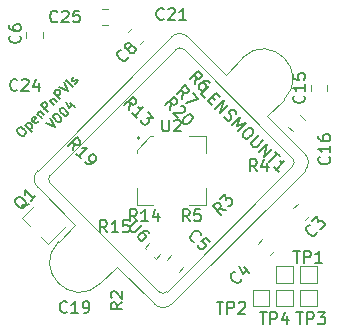
<source format=gbr>
%TF.GenerationSoftware,KiCad,Pcbnew,(5.1.6)-1*%
%TF.CreationDate,2021-01-25T15:06:37+00:00*%
%TF.ProjectId,OpenPnPVis,4f70656e-506e-4505-9669-732e6b696361,003*%
%TF.SameCoordinates,Original*%
%TF.FileFunction,Legend,Top*%
%TF.FilePolarity,Positive*%
%FSLAX46Y46*%
G04 Gerber Fmt 4.6, Leading zero omitted, Abs format (unit mm)*
G04 Created by KiCad (PCBNEW (5.1.6)-1) date 2021-01-25 15:06:37*
%MOMM*%
%LPD*%
G01*
G04 APERTURE LIST*
%ADD10C,0.150000*%
%ADD11C,0.120000*%
%ADD12C,0.200000*%
G04 APERTURE END LIST*
D10*
X75961619Y-97264226D02*
X76069368Y-97156476D01*
X76150181Y-97129539D01*
X76257930Y-97129539D01*
X76392617Y-97210351D01*
X76581179Y-97398913D01*
X76661991Y-97533600D01*
X76661991Y-97641350D01*
X76635054Y-97722162D01*
X76527304Y-97829911D01*
X76446492Y-97856849D01*
X76338742Y-97856849D01*
X76204055Y-97776037D01*
X76015494Y-97587475D01*
X75934681Y-97452788D01*
X75934681Y-97345038D01*
X75961619Y-97264226D01*
X76635054Y-96967914D02*
X77200739Y-97533600D01*
X76661991Y-96994852D02*
X76688929Y-96914040D01*
X76796678Y-96806290D01*
X76877491Y-96779353D01*
X76931365Y-96779353D01*
X77012178Y-96806290D01*
X77173802Y-96967914D01*
X77200739Y-97048727D01*
X77200739Y-97102601D01*
X77173802Y-97183414D01*
X77066052Y-97291163D01*
X76985240Y-97318101D01*
X77712550Y-96590791D02*
X77685613Y-96671603D01*
X77577863Y-96779353D01*
X77497051Y-96806290D01*
X77416239Y-96779353D01*
X77200739Y-96563853D01*
X77173802Y-96483041D01*
X77200739Y-96402229D01*
X77308489Y-96294479D01*
X77389301Y-96267542D01*
X77470113Y-96294479D01*
X77523988Y-96348354D01*
X77308489Y-96671603D01*
X77631738Y-95971231D02*
X78008861Y-96348354D01*
X77685613Y-96025105D02*
X77685613Y-95971231D01*
X77712550Y-95890418D01*
X77793362Y-95809606D01*
X77874174Y-95782669D01*
X77954987Y-95809606D01*
X78251298Y-96105918D01*
X78520672Y-95836544D02*
X77954987Y-95270858D01*
X78170486Y-95055359D01*
X78251298Y-95028422D01*
X78305173Y-95028422D01*
X78385985Y-95055359D01*
X78466797Y-95136171D01*
X78493735Y-95216983D01*
X78493735Y-95270858D01*
X78466797Y-95351670D01*
X78251298Y-95567170D01*
X78709234Y-94893735D02*
X79086357Y-95270858D01*
X78763109Y-94947609D02*
X78763109Y-94893735D01*
X78790046Y-94812922D01*
X78870858Y-94732110D01*
X78951670Y-94705173D01*
X79032483Y-94732110D01*
X79328794Y-95028422D01*
X79598168Y-94759048D02*
X79032483Y-94193362D01*
X79247982Y-93977863D01*
X79328794Y-93950926D01*
X79382669Y-93950926D01*
X79463481Y-93977863D01*
X79544293Y-94058675D01*
X79571231Y-94139487D01*
X79571231Y-94193362D01*
X79544293Y-94274174D01*
X79328794Y-94489674D01*
X79517356Y-93708489D02*
X80271603Y-94085613D01*
X79894479Y-93331365D01*
X80648727Y-93708489D02*
X80271603Y-93331365D01*
X80083041Y-93142804D02*
X80083041Y-93196678D01*
X80136916Y-93196678D01*
X80136916Y-93142804D01*
X80083041Y-93142804D01*
X80136916Y-93196678D01*
X80864226Y-93439115D02*
X80945038Y-93412178D01*
X81052788Y-93304428D01*
X81079725Y-93223616D01*
X81052788Y-93142804D01*
X81025850Y-93115866D01*
X80945038Y-93088929D01*
X80864226Y-93115866D01*
X80783414Y-93196678D01*
X80702601Y-93223616D01*
X80621789Y-93196678D01*
X80594852Y-93169741D01*
X80567914Y-93088929D01*
X80594852Y-93008117D01*
X80675664Y-92927304D01*
X80756476Y-92900367D01*
X78370833Y-96764200D02*
X79125080Y-97141324D01*
X78747956Y-96387077D01*
X79044268Y-96090765D02*
X79098142Y-96036890D01*
X79178955Y-96009953D01*
X79232829Y-96009953D01*
X79313642Y-96036890D01*
X79448329Y-96117703D01*
X79583016Y-96252390D01*
X79663828Y-96387077D01*
X79690765Y-96467889D01*
X79690765Y-96521764D01*
X79663828Y-96602576D01*
X79609953Y-96656451D01*
X79529141Y-96683388D01*
X79475266Y-96683388D01*
X79394454Y-96656451D01*
X79259767Y-96575638D01*
X79125080Y-96440951D01*
X79044268Y-96306264D01*
X79017330Y-96225452D01*
X79017330Y-96171577D01*
X79044268Y-96090765D01*
X79583016Y-95552017D02*
X79636890Y-95498142D01*
X79717703Y-95471205D01*
X79771577Y-95471205D01*
X79852390Y-95498142D01*
X79987077Y-95578955D01*
X80121764Y-95713642D01*
X80202576Y-95848329D01*
X80229513Y-95929141D01*
X80229513Y-95983016D01*
X80202576Y-96063828D01*
X80148701Y-96117703D01*
X80067889Y-96144640D01*
X80014014Y-96144640D01*
X79933202Y-96117703D01*
X79798515Y-96036890D01*
X79663828Y-95902203D01*
X79583016Y-95767516D01*
X79556078Y-95686704D01*
X79556078Y-95632829D01*
X79583016Y-95552017D01*
X80445012Y-95067144D02*
X80822136Y-95444268D01*
X80094826Y-94986332D02*
X80364200Y-95525080D01*
X80714386Y-95174894D01*
D11*
%TO.C,TP5*%
X97900000Y-108900000D02*
X99300000Y-108900000D01*
X99300000Y-108900000D02*
X99300000Y-110300000D01*
X99300000Y-110300000D02*
X97900000Y-110300000D01*
X97900000Y-110300000D02*
X97900000Y-108900000D01*
%TO.C,TP4*%
X97900000Y-110900000D02*
X99300000Y-110900000D01*
X99300000Y-110900000D02*
X99300000Y-112300000D01*
X99300000Y-112300000D02*
X97900000Y-112300000D01*
X97900000Y-112300000D02*
X97900000Y-110900000D01*
%TO.C,TP3*%
X99900000Y-110900000D02*
X101300000Y-110900000D01*
X101300000Y-110900000D02*
X101300000Y-112300000D01*
X101300000Y-112300000D02*
X99900000Y-112300000D01*
X99900000Y-112300000D02*
X99900000Y-110900000D01*
%TO.C,TP2*%
X95900000Y-110900000D02*
X97300000Y-110900000D01*
X97300000Y-110900000D02*
X97300000Y-112300000D01*
X97300000Y-112300000D02*
X95900000Y-112300000D01*
X95900000Y-112300000D02*
X95900000Y-110900000D01*
%TO.C,TP1*%
X99900000Y-108900000D02*
X101300000Y-108900000D01*
X101300000Y-108900000D02*
X101300000Y-110300000D01*
X101300000Y-110300000D02*
X99900000Y-110300000D01*
X99900000Y-110300000D02*
X99900000Y-108900000D01*
%TO.C,LENSMOUNT1*%
X87939340Y-111053048D02*
X78746952Y-101860660D01*
X78746952Y-101153553D02*
X89353553Y-90546952D01*
X90060660Y-90546952D02*
X99253048Y-99739340D01*
X99253048Y-100446447D02*
X88646447Y-111053048D01*
X77686292Y-100800000D02*
X89000000Y-89486292D01*
X90414214Y-89486292D02*
X93596194Y-92668272D01*
X100313708Y-100800000D02*
X89000000Y-112113708D01*
X93596194Y-92668272D02*
X95010408Y-91254058D01*
X98545942Y-94789592D02*
X97131728Y-96203806D01*
X97131728Y-96203806D02*
X100313708Y-99385786D01*
X84403806Y-108931728D02*
X87585786Y-112113708D01*
X77686292Y-102214214D02*
X80868272Y-105396194D01*
X84403806Y-108931728D02*
X82989592Y-110345942D01*
X79454058Y-106810408D02*
X80868272Y-105396194D01*
X82989592Y-110345942D02*
G75*
G02*
X79454058Y-106810408I-1767767J1767767D01*
G01*
X95010408Y-91254058D02*
G75*
G02*
X98545942Y-94789592I1767767J-1767767D01*
G01*
X88999999Y-112113709D02*
G75*
G02*
X87585786Y-112113708I-707106J707107D01*
G01*
X88646446Y-111053048D02*
G75*
G02*
X87939340Y-111053048I-353553J353553D01*
G01*
X100313709Y-99385787D02*
G75*
G02*
X100313708Y-100800000I-707107J-707106D01*
G01*
X99253049Y-99739340D02*
G75*
G02*
X99253048Y-100446447I-353554J-353553D01*
G01*
X89000001Y-89486291D02*
G75*
G02*
X90414214Y-89486292I707106J-707107D01*
G01*
X89353554Y-90546952D02*
G75*
G02*
X90060660Y-90546952I353553J-353553D01*
G01*
X78746951Y-101860660D02*
G75*
G02*
X78746952Y-101153553I353554J353553D01*
G01*
X77686291Y-102214213D02*
G75*
G02*
X77686292Y-100800000I707107J707106D01*
G01*
%TO.C,Q1*%
X76345370Y-104820172D02*
X77377746Y-103787797D01*
X78579828Y-107054630D02*
X80107178Y-105527279D01*
X78579828Y-107054630D02*
X77922218Y-106397021D01*
X76345370Y-104820172D02*
X77002979Y-105477782D01*
%TO.C,C25*%
X83661252Y-88510000D02*
X83138748Y-88510000D01*
X83661252Y-87090000D02*
X83138748Y-87090000D01*
%TO.C,C21*%
X86686779Y-89717313D02*
X86317313Y-90086779D01*
X85682687Y-88713221D02*
X85313221Y-89082687D01*
%TO.C,U2*%
X90511250Y-97907500D02*
X91902500Y-97907500D01*
X91902500Y-97907500D02*
X91902500Y-99293750D01*
X90511250Y-97907500D02*
X91902500Y-97907500D01*
X91902500Y-97907500D02*
X91902500Y-99293750D01*
X90511250Y-103692500D02*
X91902500Y-103692500D01*
X91902500Y-103692500D02*
X91902500Y-102306250D01*
X90511250Y-97907500D02*
X91902500Y-97907500D01*
X91902500Y-97907500D02*
X91902500Y-99293750D01*
X87488750Y-103692500D02*
X86097500Y-103692500D01*
X86097500Y-103692500D02*
X86097500Y-102306250D01*
X87488750Y-97907500D02*
X87217500Y-97907500D01*
X87217500Y-97907500D02*
X86097500Y-99027500D01*
X86097500Y-99027500D02*
X86097500Y-99293750D01*
D12*
X86317500Y-98027500D02*
G75*
G03*
X86317500Y-98027500I-100000J0D01*
G01*
D11*
%TO.C,U6*%
X86751472Y-107329289D02*
X86892893Y-107470711D01*
X87140381Y-106940381D02*
X86751472Y-107329289D01*
X87670711Y-108248528D02*
X87529289Y-108107107D01*
X88059619Y-107859619D02*
X87670711Y-108248528D01*
%TO.C,C16*%
X99917313Y-96113221D02*
X100286779Y-96482687D01*
X98913221Y-97117313D02*
X99282687Y-97486779D01*
%TO.C,C15*%
X100790000Y-94061252D02*
X100790000Y-93538748D01*
X102210000Y-94061252D02*
X102210000Y-93538748D01*
%TO.C,C6*%
X78110000Y-89038748D02*
X78110000Y-89561252D01*
X76690000Y-89038748D02*
X76690000Y-89561252D01*
%TO.C,C5*%
X90011563Y-108992529D02*
X89642097Y-109361995D01*
X89007471Y-107988437D02*
X88638005Y-108357903D01*
%TO.C,C4*%
X97686779Y-107617313D02*
X97317313Y-107986779D01*
X96682687Y-106613221D02*
X96313221Y-106982687D01*
%TO.C,C3*%
X99313221Y-103982687D02*
X99682687Y-103613221D01*
X100317313Y-104986779D02*
X100686779Y-104617313D01*
%TO.C,TP4*%
D10*
X96488095Y-112802380D02*
X97059523Y-112802380D01*
X96773809Y-113802380D02*
X96773809Y-112802380D01*
X97392857Y-113802380D02*
X97392857Y-112802380D01*
X97773809Y-112802380D01*
X97869047Y-112850000D01*
X97916666Y-112897619D01*
X97964285Y-112992857D01*
X97964285Y-113135714D01*
X97916666Y-113230952D01*
X97869047Y-113278571D01*
X97773809Y-113326190D01*
X97392857Y-113326190D01*
X98821428Y-113135714D02*
X98821428Y-113802380D01*
X98583333Y-112754761D02*
X98345238Y-113469047D01*
X98964285Y-113469047D01*
%TO.C,TP3*%
X99588095Y-112802380D02*
X100159523Y-112802380D01*
X99873809Y-113802380D02*
X99873809Y-112802380D01*
X100492857Y-113802380D02*
X100492857Y-112802380D01*
X100873809Y-112802380D01*
X100969047Y-112850000D01*
X101016666Y-112897619D01*
X101064285Y-112992857D01*
X101064285Y-113135714D01*
X101016666Y-113230952D01*
X100969047Y-113278571D01*
X100873809Y-113326190D01*
X100492857Y-113326190D01*
X101397619Y-112802380D02*
X102016666Y-112802380D01*
X101683333Y-113183333D01*
X101826190Y-113183333D01*
X101921428Y-113230952D01*
X101969047Y-113278571D01*
X102016666Y-113373809D01*
X102016666Y-113611904D01*
X101969047Y-113707142D01*
X101921428Y-113754761D01*
X101826190Y-113802380D01*
X101540476Y-113802380D01*
X101445238Y-113754761D01*
X101397619Y-113707142D01*
%TO.C,TP2*%
X92838095Y-111902380D02*
X93409523Y-111902380D01*
X93123809Y-112902380D02*
X93123809Y-111902380D01*
X93742857Y-112902380D02*
X93742857Y-111902380D01*
X94123809Y-111902380D01*
X94219047Y-111950000D01*
X94266666Y-111997619D01*
X94314285Y-112092857D01*
X94314285Y-112235714D01*
X94266666Y-112330952D01*
X94219047Y-112378571D01*
X94123809Y-112426190D01*
X93742857Y-112426190D01*
X94695238Y-111997619D02*
X94742857Y-111950000D01*
X94838095Y-111902380D01*
X95076190Y-111902380D01*
X95171428Y-111950000D01*
X95219047Y-111997619D01*
X95266666Y-112092857D01*
X95266666Y-112188095D01*
X95219047Y-112330952D01*
X94647619Y-112902380D01*
X95266666Y-112902380D01*
%TO.C,TP1*%
X99338095Y-107604380D02*
X99909523Y-107604380D01*
X99623809Y-108604380D02*
X99623809Y-107604380D01*
X100242857Y-108604380D02*
X100242857Y-107604380D01*
X100623809Y-107604380D01*
X100719047Y-107652000D01*
X100766666Y-107699619D01*
X100814285Y-107794857D01*
X100814285Y-107937714D01*
X100766666Y-108032952D01*
X100719047Y-108080571D01*
X100623809Y-108128190D01*
X100242857Y-108128190D01*
X101766666Y-108604380D02*
X101195238Y-108604380D01*
X101480952Y-108604380D02*
X101480952Y-107604380D01*
X101385714Y-107747238D01*
X101290476Y-107842476D01*
X101195238Y-107890095D01*
%TO.C,LENSMOUNT1*%
X91843568Y-94683332D02*
X91506851Y-94346614D01*
X92213958Y-93639507D01*
X92449660Y-94548645D02*
X92685362Y-94784347D01*
X92415988Y-95255752D02*
X92079271Y-94919034D01*
X92786378Y-94211927D01*
X93123095Y-94548645D01*
X92719034Y-95558797D02*
X93426141Y-94851691D01*
X93123095Y-95962858D01*
X93830202Y-95255752D01*
X93459813Y-96232232D02*
X93527156Y-96366919D01*
X93695515Y-96535278D01*
X93796530Y-96568950D01*
X93863874Y-96568950D01*
X93964889Y-96535278D01*
X94032232Y-96467935D01*
X94065904Y-96366919D01*
X94065904Y-96299576D01*
X94032232Y-96198561D01*
X93931217Y-96030202D01*
X93897545Y-95929187D01*
X93897545Y-95861843D01*
X93931217Y-95760828D01*
X93998561Y-95693484D01*
X94099576Y-95659813D01*
X94166919Y-95659813D01*
X94267935Y-95693484D01*
X94436293Y-95861843D01*
X94503637Y-95996530D01*
X94133248Y-96973011D02*
X94840354Y-96265904D01*
X94570980Y-97006683D01*
X95311759Y-96737309D01*
X94604652Y-97444415D01*
X95783163Y-97208713D02*
X95917850Y-97343400D01*
X95951522Y-97444415D01*
X95951522Y-97579102D01*
X95850507Y-97747461D01*
X95614805Y-97983163D01*
X95446446Y-98084179D01*
X95311759Y-98084179D01*
X95210744Y-98050507D01*
X95076057Y-97915820D01*
X95042385Y-97814805D01*
X95042385Y-97680118D01*
X95143400Y-97511759D01*
X95379102Y-97276057D01*
X95547461Y-97175041D01*
X95682148Y-97175041D01*
X95783163Y-97208713D01*
X96389255Y-97814805D02*
X95816835Y-98387224D01*
X95783163Y-98488240D01*
X95783163Y-98555583D01*
X95816835Y-98656598D01*
X95951522Y-98791285D01*
X96052537Y-98824957D01*
X96119881Y-98824957D01*
X96220896Y-98791285D01*
X96793316Y-98218866D01*
X96422927Y-99262690D02*
X97130033Y-98555583D01*
X96826988Y-99666751D01*
X97534094Y-98959644D01*
X97769797Y-99195346D02*
X98173858Y-99599407D01*
X97264720Y-100104484D02*
X97971827Y-99397377D01*
X98072843Y-100912606D02*
X97668781Y-100508545D01*
X97870812Y-100710575D02*
X98577919Y-100003468D01*
X98409560Y-100037140D01*
X98274873Y-100037140D01*
X98173858Y-100003468D01*
%TO.C,Q1*%
X76919881Y-103654569D02*
X76818866Y-103688241D01*
X76684179Y-103688241D01*
X76482148Y-103688241D01*
X76381133Y-103721913D01*
X76313790Y-103789256D01*
X76515820Y-103923943D02*
X76414805Y-103957615D01*
X76280118Y-103957615D01*
X76111759Y-103856600D01*
X75876057Y-103620897D01*
X75775042Y-103452539D01*
X75775042Y-103317852D01*
X75808713Y-103216836D01*
X75943400Y-103082149D01*
X76044416Y-103048478D01*
X76179103Y-103048478D01*
X76347461Y-103149493D01*
X76583164Y-103385195D01*
X76684179Y-103553554D01*
X76684179Y-103688241D01*
X76650507Y-103789256D01*
X76515820Y-103923943D01*
X77492301Y-102947462D02*
X77088240Y-103351523D01*
X77290270Y-103149493D02*
X76583164Y-102442386D01*
X76616835Y-102610745D01*
X76616835Y-102745432D01*
X76583164Y-102846447D01*
%TO.C,R15*%
X83557142Y-106022380D02*
X83223809Y-105546190D01*
X82985714Y-106022380D02*
X82985714Y-105022380D01*
X83366666Y-105022380D01*
X83461904Y-105070000D01*
X83509523Y-105117619D01*
X83557142Y-105212857D01*
X83557142Y-105355714D01*
X83509523Y-105450952D01*
X83461904Y-105498571D01*
X83366666Y-105546190D01*
X82985714Y-105546190D01*
X84509523Y-106022380D02*
X83938095Y-106022380D01*
X84223809Y-106022380D02*
X84223809Y-105022380D01*
X84128571Y-105165238D01*
X84033333Y-105260476D01*
X83938095Y-105308095D01*
X85414285Y-105022380D02*
X84938095Y-105022380D01*
X84890476Y-105498571D01*
X84938095Y-105450952D01*
X85033333Y-105403333D01*
X85271428Y-105403333D01*
X85366666Y-105450952D01*
X85414285Y-105498571D01*
X85461904Y-105593809D01*
X85461904Y-105831904D01*
X85414285Y-105927142D01*
X85366666Y-105974761D01*
X85271428Y-106022380D01*
X85033333Y-106022380D01*
X84938095Y-105974761D01*
X84890476Y-105927142D01*
%TO.C,R14*%
X86072142Y-105082380D02*
X85738809Y-104606190D01*
X85500714Y-105082380D02*
X85500714Y-104082380D01*
X85881666Y-104082380D01*
X85976904Y-104130000D01*
X86024523Y-104177619D01*
X86072142Y-104272857D01*
X86072142Y-104415714D01*
X86024523Y-104510952D01*
X85976904Y-104558571D01*
X85881666Y-104606190D01*
X85500714Y-104606190D01*
X87024523Y-105082380D02*
X86453095Y-105082380D01*
X86738809Y-105082380D02*
X86738809Y-104082380D01*
X86643571Y-104225238D01*
X86548333Y-104320476D01*
X86453095Y-104368095D01*
X87881666Y-104415714D02*
X87881666Y-105082380D01*
X87643571Y-104034761D02*
X87405476Y-104749047D01*
X88024523Y-104749047D01*
%TO.C,R5*%
X90548333Y-105082380D02*
X90215000Y-104606190D01*
X89976904Y-105082380D02*
X89976904Y-104082380D01*
X90357857Y-104082380D01*
X90453095Y-104130000D01*
X90500714Y-104177619D01*
X90548333Y-104272857D01*
X90548333Y-104415714D01*
X90500714Y-104510952D01*
X90453095Y-104558571D01*
X90357857Y-104606190D01*
X89976904Y-104606190D01*
X91453095Y-104082380D02*
X90976904Y-104082380D01*
X90929285Y-104558571D01*
X90976904Y-104510952D01*
X91072142Y-104463333D01*
X91310238Y-104463333D01*
X91405476Y-104510952D01*
X91453095Y-104558571D01*
X91500714Y-104653809D01*
X91500714Y-104891904D01*
X91453095Y-104987142D01*
X91405476Y-105034761D01*
X91310238Y-105082380D01*
X91072142Y-105082380D01*
X90976904Y-105034761D01*
X90929285Y-104987142D01*
%TO.C,C25*%
X79357142Y-88157142D02*
X79309523Y-88204761D01*
X79166666Y-88252380D01*
X79071428Y-88252380D01*
X78928571Y-88204761D01*
X78833333Y-88109523D01*
X78785714Y-88014285D01*
X78738095Y-87823809D01*
X78738095Y-87680952D01*
X78785714Y-87490476D01*
X78833333Y-87395238D01*
X78928571Y-87300000D01*
X79071428Y-87252380D01*
X79166666Y-87252380D01*
X79309523Y-87300000D01*
X79357142Y-87347619D01*
X79738095Y-87347619D02*
X79785714Y-87300000D01*
X79880952Y-87252380D01*
X80119047Y-87252380D01*
X80214285Y-87300000D01*
X80261904Y-87347619D01*
X80309523Y-87442857D01*
X80309523Y-87538095D01*
X80261904Y-87680952D01*
X79690476Y-88252380D01*
X80309523Y-88252380D01*
X81214285Y-87252380D02*
X80738095Y-87252380D01*
X80690476Y-87728571D01*
X80738095Y-87680952D01*
X80833333Y-87633333D01*
X81071428Y-87633333D01*
X81166666Y-87680952D01*
X81214285Y-87728571D01*
X81261904Y-87823809D01*
X81261904Y-88061904D01*
X81214285Y-88157142D01*
X81166666Y-88204761D01*
X81071428Y-88252380D01*
X80833333Y-88252380D01*
X80738095Y-88204761D01*
X80690476Y-88157142D01*
%TO.C,C24*%
X75957142Y-93957142D02*
X75909523Y-94004761D01*
X75766666Y-94052380D01*
X75671428Y-94052380D01*
X75528571Y-94004761D01*
X75433333Y-93909523D01*
X75385714Y-93814285D01*
X75338095Y-93623809D01*
X75338095Y-93480952D01*
X75385714Y-93290476D01*
X75433333Y-93195238D01*
X75528571Y-93100000D01*
X75671428Y-93052380D01*
X75766666Y-93052380D01*
X75909523Y-93100000D01*
X75957142Y-93147619D01*
X76338095Y-93147619D02*
X76385714Y-93100000D01*
X76480952Y-93052380D01*
X76719047Y-93052380D01*
X76814285Y-93100000D01*
X76861904Y-93147619D01*
X76909523Y-93242857D01*
X76909523Y-93338095D01*
X76861904Y-93480952D01*
X76290476Y-94052380D01*
X76909523Y-94052380D01*
X77766666Y-93385714D02*
X77766666Y-94052380D01*
X77528571Y-93004761D02*
X77290476Y-93719047D01*
X77909523Y-93719047D01*
%TO.C,C21*%
X88357142Y-87957142D02*
X88309523Y-88004761D01*
X88166666Y-88052380D01*
X88071428Y-88052380D01*
X87928571Y-88004761D01*
X87833333Y-87909523D01*
X87785714Y-87814285D01*
X87738095Y-87623809D01*
X87738095Y-87480952D01*
X87785714Y-87290476D01*
X87833333Y-87195238D01*
X87928571Y-87100000D01*
X88071428Y-87052380D01*
X88166666Y-87052380D01*
X88309523Y-87100000D01*
X88357142Y-87147619D01*
X88738095Y-87147619D02*
X88785714Y-87100000D01*
X88880952Y-87052380D01*
X89119047Y-87052380D01*
X89214285Y-87100000D01*
X89261904Y-87147619D01*
X89309523Y-87242857D01*
X89309523Y-87338095D01*
X89261904Y-87480952D01*
X88690476Y-88052380D01*
X89309523Y-88052380D01*
X90261904Y-88052380D02*
X89690476Y-88052380D01*
X89976190Y-88052380D02*
X89976190Y-87052380D01*
X89880952Y-87195238D01*
X89785714Y-87290476D01*
X89690476Y-87338095D01*
%TO.C,C8*%
X85334687Y-91170389D02*
X85334687Y-91237732D01*
X85267343Y-91372419D01*
X85200000Y-91439763D01*
X85065312Y-91507106D01*
X84930625Y-91507106D01*
X84829610Y-91473435D01*
X84661251Y-91372419D01*
X84560236Y-91271404D01*
X84459221Y-91103045D01*
X84425549Y-91002030D01*
X84425549Y-90867343D01*
X84492893Y-90732656D01*
X84560236Y-90665312D01*
X84694923Y-90597969D01*
X84762267Y-90597969D01*
X85402030Y-90429610D02*
X85301015Y-90463282D01*
X85233671Y-90463282D01*
X85132656Y-90429610D01*
X85098984Y-90395938D01*
X85065312Y-90294923D01*
X85065312Y-90227580D01*
X85098984Y-90126564D01*
X85233671Y-89991877D01*
X85334687Y-89958206D01*
X85402030Y-89958206D01*
X85503045Y-89991877D01*
X85536717Y-90025549D01*
X85570389Y-90126564D01*
X85570389Y-90193908D01*
X85536717Y-90294923D01*
X85402030Y-90429610D01*
X85368358Y-90530625D01*
X85368358Y-90597969D01*
X85402030Y-90698984D01*
X85536717Y-90833671D01*
X85637732Y-90867343D01*
X85705076Y-90867343D01*
X85806091Y-90833671D01*
X85940778Y-90698984D01*
X85974450Y-90597969D01*
X85974450Y-90530625D01*
X85940778Y-90429610D01*
X85806091Y-90294923D01*
X85705076Y-90261251D01*
X85637732Y-90261251D01*
X85536717Y-90294923D01*
%TO.C,U2*%
X88238095Y-96479880D02*
X88238095Y-97289404D01*
X88285714Y-97384642D01*
X88333333Y-97432261D01*
X88428571Y-97479880D01*
X88619047Y-97479880D01*
X88714285Y-97432261D01*
X88761904Y-97384642D01*
X88809523Y-97289404D01*
X88809523Y-96479880D01*
X89238095Y-96575119D02*
X89285714Y-96527500D01*
X89380952Y-96479880D01*
X89619047Y-96479880D01*
X89714285Y-96527500D01*
X89761904Y-96575119D01*
X89809523Y-96670357D01*
X89809523Y-96765595D01*
X89761904Y-96908452D01*
X89190476Y-97479880D01*
X89809523Y-97479880D01*
%TO.C,R20*%
X88882602Y-95665312D02*
X88983617Y-95092893D01*
X88478541Y-95261251D02*
X89185648Y-94554145D01*
X89455022Y-94823519D01*
X89488694Y-94924534D01*
X89488694Y-94991877D01*
X89455022Y-95092893D01*
X89354007Y-95193908D01*
X89252991Y-95227580D01*
X89185648Y-95227580D01*
X89084633Y-95193908D01*
X88815259Y-94924534D01*
X89791740Y-95294923D02*
X89859083Y-95294923D01*
X89960098Y-95328595D01*
X90128457Y-95496954D01*
X90162129Y-95597969D01*
X90162129Y-95665312D01*
X90128457Y-95766328D01*
X90061114Y-95833671D01*
X89926427Y-95901015D01*
X89118304Y-95901015D01*
X89556037Y-96338748D01*
X90700877Y-96069374D02*
X90768220Y-96136717D01*
X90801892Y-96237732D01*
X90801892Y-96305076D01*
X90768220Y-96406091D01*
X90667205Y-96574450D01*
X90498846Y-96742809D01*
X90330488Y-96843824D01*
X90229472Y-96877496D01*
X90162129Y-96877496D01*
X90061114Y-96843824D01*
X89993770Y-96776480D01*
X89960098Y-96675465D01*
X89960098Y-96608122D01*
X89993770Y-96507106D01*
X90094785Y-96338748D01*
X90263144Y-96170389D01*
X90431503Y-96069374D01*
X90532518Y-96035702D01*
X90599862Y-96035702D01*
X90700877Y-96069374D01*
%TO.C,R19*%
X80686209Y-99097545D02*
X80787224Y-98525126D01*
X80282148Y-98693484D02*
X80989255Y-97986378D01*
X81258629Y-98255752D01*
X81292301Y-98356767D01*
X81292301Y-98424110D01*
X81258629Y-98525126D01*
X81157614Y-98626141D01*
X81056598Y-98659813D01*
X80989255Y-98659813D01*
X80888240Y-98626141D01*
X80618866Y-98356767D01*
X81359644Y-99770981D02*
X80955583Y-99366920D01*
X81157614Y-99568950D02*
X81864721Y-98861843D01*
X81696362Y-98895515D01*
X81561675Y-98895515D01*
X81460660Y-98861843D01*
X81696362Y-100107698D02*
X81831049Y-100242385D01*
X81932064Y-100276057D01*
X81999408Y-100276057D01*
X82167766Y-100242385D01*
X82336125Y-100141370D01*
X82605499Y-99871996D01*
X82639171Y-99770981D01*
X82639171Y-99703637D01*
X82605499Y-99602622D01*
X82470812Y-99467935D01*
X82369797Y-99434263D01*
X82302453Y-99434263D01*
X82201438Y-99467935D01*
X82033079Y-99636294D01*
X81999408Y-99737309D01*
X81999408Y-99804652D01*
X82033079Y-99905668D01*
X82167766Y-100040355D01*
X82268782Y-100074026D01*
X82336125Y-100074026D01*
X82437140Y-100040355D01*
%TO.C,R13*%
X85425549Y-95665312D02*
X85526564Y-95092893D01*
X85021488Y-95261251D02*
X85728595Y-94554145D01*
X85997969Y-94823519D01*
X86031641Y-94924534D01*
X86031641Y-94991877D01*
X85997969Y-95092893D01*
X85896954Y-95193908D01*
X85795938Y-95227580D01*
X85728595Y-95227580D01*
X85627580Y-95193908D01*
X85358206Y-94924534D01*
X86098984Y-96338748D02*
X85694923Y-95934687D01*
X85896954Y-96136717D02*
X86604061Y-95429610D01*
X86435702Y-95463282D01*
X86301015Y-95463282D01*
X86200000Y-95429610D01*
X87041793Y-95867343D02*
X87479526Y-96305076D01*
X86974450Y-96338748D01*
X87075465Y-96439763D01*
X87109137Y-96540778D01*
X87109137Y-96608122D01*
X87075465Y-96709137D01*
X86907106Y-96877496D01*
X86806091Y-96911167D01*
X86738748Y-96911167D01*
X86637732Y-96877496D01*
X86435702Y-96675465D01*
X86402030Y-96574450D01*
X86402030Y-96507106D01*
%TO.C,R7*%
X89862267Y-94702030D02*
X89963282Y-94129610D01*
X89458206Y-94297969D02*
X90165312Y-93590862D01*
X90434687Y-93860236D01*
X90468358Y-93961251D01*
X90468358Y-94028595D01*
X90434687Y-94129610D01*
X90333671Y-94230625D01*
X90232656Y-94264297D01*
X90165312Y-94264297D01*
X90064297Y-94230625D01*
X89794923Y-93961251D01*
X90805076Y-94230625D02*
X91276480Y-94702030D01*
X90266328Y-95106091D01*
%TO.C,R6*%
X90962267Y-93452030D02*
X91063282Y-92879610D01*
X90558206Y-93047969D02*
X91265312Y-92340862D01*
X91534687Y-92610236D01*
X91568358Y-92711251D01*
X91568358Y-92778595D01*
X91534687Y-92879610D01*
X91433671Y-92980625D01*
X91332656Y-93014297D01*
X91265312Y-93014297D01*
X91164297Y-92980625D01*
X90894923Y-92711251D01*
X92275465Y-93351015D02*
X92140778Y-93216328D01*
X92039763Y-93182656D01*
X91972419Y-93182656D01*
X91804061Y-93216328D01*
X91635702Y-93317343D01*
X91366328Y-93586717D01*
X91332656Y-93687732D01*
X91332656Y-93755076D01*
X91366328Y-93856091D01*
X91501015Y-93990778D01*
X91602030Y-94024450D01*
X91669374Y-94024450D01*
X91770389Y-93990778D01*
X91938748Y-93822419D01*
X91972419Y-93721404D01*
X91972419Y-93654061D01*
X91938748Y-93553045D01*
X91804061Y-93418358D01*
X91703045Y-93384687D01*
X91635702Y-93384687D01*
X91534687Y-93418358D01*
%TO.C,R4*%
X96233333Y-100852380D02*
X95900000Y-100376190D01*
X95661904Y-100852380D02*
X95661904Y-99852380D01*
X96042857Y-99852380D01*
X96138095Y-99900000D01*
X96185714Y-99947619D01*
X96233333Y-100042857D01*
X96233333Y-100185714D01*
X96185714Y-100280952D01*
X96138095Y-100328571D01*
X96042857Y-100376190D01*
X95661904Y-100376190D01*
X97090476Y-100185714D02*
X97090476Y-100852380D01*
X96852380Y-99804761D02*
X96614285Y-100519047D01*
X97233333Y-100519047D01*
%TO.C,R3*%
X93602030Y-104137732D02*
X93029610Y-104036717D01*
X93197969Y-104541793D02*
X92490862Y-103834687D01*
X92760236Y-103565312D01*
X92861251Y-103531641D01*
X92928595Y-103531641D01*
X93029610Y-103565312D01*
X93130625Y-103666328D01*
X93164297Y-103767343D01*
X93164297Y-103834687D01*
X93130625Y-103935702D01*
X92861251Y-104205076D01*
X93130625Y-103194923D02*
X93568358Y-102757190D01*
X93602030Y-103262267D01*
X93703045Y-103161251D01*
X93804061Y-103127580D01*
X93871404Y-103127580D01*
X93972419Y-103161251D01*
X94140778Y-103329610D01*
X94174450Y-103430625D01*
X94174450Y-103497969D01*
X94140778Y-103598984D01*
X93938748Y-103801015D01*
X93837732Y-103834687D01*
X93770389Y-103834687D01*
%TO.C,R2*%
X84852380Y-111966666D02*
X84376190Y-112300000D01*
X84852380Y-112538095D02*
X83852380Y-112538095D01*
X83852380Y-112157142D01*
X83900000Y-112061904D01*
X83947619Y-112014285D01*
X84042857Y-111966666D01*
X84185714Y-111966666D01*
X84280952Y-112014285D01*
X84328571Y-112061904D01*
X84376190Y-112157142D01*
X84376190Y-112538095D01*
X83947619Y-111585714D02*
X83900000Y-111538095D01*
X83852380Y-111442857D01*
X83852380Y-111204761D01*
X83900000Y-111109523D01*
X83947619Y-111061904D01*
X84042857Y-111014285D01*
X84138095Y-111014285D01*
X84280952Y-111061904D01*
X84852380Y-111633333D01*
X84852380Y-111014285D01*
%TO.C,U6*%
X86087296Y-105006779D02*
X85514876Y-105579199D01*
X85481204Y-105680214D01*
X85481204Y-105747558D01*
X85514876Y-105848573D01*
X85649563Y-105983260D01*
X85750578Y-106016932D01*
X85817922Y-106016932D01*
X85918937Y-105983260D01*
X86491357Y-105410840D01*
X87131120Y-106050604D02*
X86996433Y-105915917D01*
X86895418Y-105882245D01*
X86828074Y-105882245D01*
X86659715Y-105915917D01*
X86491357Y-106016932D01*
X86221983Y-106286306D01*
X86188311Y-106387321D01*
X86188311Y-106454665D01*
X86221983Y-106555680D01*
X86356670Y-106690367D01*
X86457685Y-106724039D01*
X86525028Y-106724039D01*
X86626044Y-106690367D01*
X86794402Y-106522008D01*
X86828074Y-106420993D01*
X86828074Y-106353649D01*
X86794402Y-106252634D01*
X86659715Y-106117947D01*
X86558700Y-106084275D01*
X86491357Y-106084275D01*
X86390341Y-106117947D01*
%TO.C,C19*%
X80157142Y-112757142D02*
X80109523Y-112804761D01*
X79966666Y-112852380D01*
X79871428Y-112852380D01*
X79728571Y-112804761D01*
X79633333Y-112709523D01*
X79585714Y-112614285D01*
X79538095Y-112423809D01*
X79538095Y-112280952D01*
X79585714Y-112090476D01*
X79633333Y-111995238D01*
X79728571Y-111900000D01*
X79871428Y-111852380D01*
X79966666Y-111852380D01*
X80109523Y-111900000D01*
X80157142Y-111947619D01*
X81109523Y-112852380D02*
X80538095Y-112852380D01*
X80823809Y-112852380D02*
X80823809Y-111852380D01*
X80728571Y-111995238D01*
X80633333Y-112090476D01*
X80538095Y-112138095D01*
X81585714Y-112852380D02*
X81776190Y-112852380D01*
X81871428Y-112804761D01*
X81919047Y-112757142D01*
X82014285Y-112614285D01*
X82061904Y-112423809D01*
X82061904Y-112042857D01*
X82014285Y-111947619D01*
X81966666Y-111900000D01*
X81871428Y-111852380D01*
X81680952Y-111852380D01*
X81585714Y-111900000D01*
X81538095Y-111947619D01*
X81490476Y-112042857D01*
X81490476Y-112280952D01*
X81538095Y-112376190D01*
X81585714Y-112423809D01*
X81680952Y-112471428D01*
X81871428Y-112471428D01*
X81966666Y-112423809D01*
X82014285Y-112376190D01*
X82061904Y-112280952D01*
%TO.C,C16*%
X102357142Y-99642857D02*
X102404761Y-99690476D01*
X102452380Y-99833333D01*
X102452380Y-99928571D01*
X102404761Y-100071428D01*
X102309523Y-100166666D01*
X102214285Y-100214285D01*
X102023809Y-100261904D01*
X101880952Y-100261904D01*
X101690476Y-100214285D01*
X101595238Y-100166666D01*
X101500000Y-100071428D01*
X101452380Y-99928571D01*
X101452380Y-99833333D01*
X101500000Y-99690476D01*
X101547619Y-99642857D01*
X102452380Y-98690476D02*
X102452380Y-99261904D01*
X102452380Y-98976190D02*
X101452380Y-98976190D01*
X101595238Y-99071428D01*
X101690476Y-99166666D01*
X101738095Y-99261904D01*
X101452380Y-97833333D02*
X101452380Y-98023809D01*
X101500000Y-98119047D01*
X101547619Y-98166666D01*
X101690476Y-98261904D01*
X101880952Y-98309523D01*
X102261904Y-98309523D01*
X102357142Y-98261904D01*
X102404761Y-98214285D01*
X102452380Y-98119047D01*
X102452380Y-97928571D01*
X102404761Y-97833333D01*
X102357142Y-97785714D01*
X102261904Y-97738095D01*
X102023809Y-97738095D01*
X101928571Y-97785714D01*
X101880952Y-97833333D01*
X101833333Y-97928571D01*
X101833333Y-98119047D01*
X101880952Y-98214285D01*
X101928571Y-98261904D01*
X102023809Y-98309523D01*
%TO.C,C15*%
X100207142Y-94442857D02*
X100254761Y-94490476D01*
X100302380Y-94633333D01*
X100302380Y-94728571D01*
X100254761Y-94871428D01*
X100159523Y-94966666D01*
X100064285Y-95014285D01*
X99873809Y-95061904D01*
X99730952Y-95061904D01*
X99540476Y-95014285D01*
X99445238Y-94966666D01*
X99350000Y-94871428D01*
X99302380Y-94728571D01*
X99302380Y-94633333D01*
X99350000Y-94490476D01*
X99397619Y-94442857D01*
X100302380Y-93490476D02*
X100302380Y-94061904D01*
X100302380Y-93776190D02*
X99302380Y-93776190D01*
X99445238Y-93871428D01*
X99540476Y-93966666D01*
X99588095Y-94061904D01*
X99302380Y-92585714D02*
X99302380Y-93061904D01*
X99778571Y-93109523D01*
X99730952Y-93061904D01*
X99683333Y-92966666D01*
X99683333Y-92728571D01*
X99730952Y-92633333D01*
X99778571Y-92585714D01*
X99873809Y-92538095D01*
X100111904Y-92538095D01*
X100207142Y-92585714D01*
X100254761Y-92633333D01*
X100302380Y-92728571D01*
X100302380Y-92966666D01*
X100254761Y-93061904D01*
X100207142Y-93109523D01*
%TO.C,C6*%
X76157142Y-89366666D02*
X76204761Y-89414285D01*
X76252380Y-89557142D01*
X76252380Y-89652380D01*
X76204761Y-89795238D01*
X76109523Y-89890476D01*
X76014285Y-89938095D01*
X75823809Y-89985714D01*
X75680952Y-89985714D01*
X75490476Y-89938095D01*
X75395238Y-89890476D01*
X75300000Y-89795238D01*
X75252380Y-89652380D01*
X75252380Y-89557142D01*
X75300000Y-89414285D01*
X75347619Y-89366666D01*
X75252380Y-88509523D02*
X75252380Y-88700000D01*
X75300000Y-88795238D01*
X75347619Y-88842857D01*
X75490476Y-88938095D01*
X75680952Y-88985714D01*
X76061904Y-88985714D01*
X76157142Y-88938095D01*
X76204761Y-88890476D01*
X76252380Y-88795238D01*
X76252380Y-88604761D01*
X76204761Y-88509523D01*
X76157142Y-88461904D01*
X76061904Y-88414285D01*
X75823809Y-88414285D01*
X75728571Y-88461904D01*
X75680952Y-88509523D01*
X75633333Y-88604761D01*
X75633333Y-88795238D01*
X75680952Y-88890476D01*
X75728571Y-88938095D01*
X75823809Y-88985714D01*
%TO.C,C5*%
X90954394Y-106809903D02*
X90887051Y-106809903D01*
X90752364Y-106742559D01*
X90685020Y-106675216D01*
X90617677Y-106540528D01*
X90617677Y-106405841D01*
X90651348Y-106304826D01*
X90752364Y-106136467D01*
X90853379Y-106035452D01*
X91021738Y-105934437D01*
X91122753Y-105900765D01*
X91257440Y-105900765D01*
X91392127Y-105968109D01*
X91459471Y-106035452D01*
X91526814Y-106170139D01*
X91526814Y-106237483D01*
X92233921Y-106809903D02*
X91897203Y-106473185D01*
X91526814Y-106776231D01*
X91594158Y-106776231D01*
X91695173Y-106809903D01*
X91863532Y-106978261D01*
X91897203Y-107079277D01*
X91897203Y-107146620D01*
X91863532Y-107247635D01*
X91695173Y-107415994D01*
X91594158Y-107449666D01*
X91526814Y-107449666D01*
X91425799Y-107415994D01*
X91257440Y-107247635D01*
X91223768Y-107146620D01*
X91223768Y-107079277D01*
%TO.C,C4*%
X94934687Y-109970390D02*
X94934687Y-110037733D01*
X94867343Y-110172420D01*
X94800000Y-110239764D01*
X94665312Y-110307107D01*
X94530625Y-110307107D01*
X94429610Y-110273436D01*
X94261251Y-110172420D01*
X94160236Y-110071405D01*
X94059221Y-109903046D01*
X94025549Y-109802031D01*
X94025549Y-109667344D01*
X94092893Y-109532657D01*
X94160236Y-109465313D01*
X94294923Y-109397970D01*
X94362267Y-109397970D01*
X95136717Y-108960237D02*
X95608122Y-109431642D01*
X94698984Y-108859222D02*
X95035702Y-109532657D01*
X95473435Y-109094924D01*
%TO.C,C3*%
X101334687Y-105970389D02*
X101334687Y-106037732D01*
X101267343Y-106172419D01*
X101200000Y-106239763D01*
X101065312Y-106307106D01*
X100930625Y-106307106D01*
X100829610Y-106273435D01*
X100661251Y-106172419D01*
X100560236Y-106071404D01*
X100459221Y-105903045D01*
X100425549Y-105802030D01*
X100425549Y-105667343D01*
X100492893Y-105532656D01*
X100560236Y-105465312D01*
X100694923Y-105397969D01*
X100762267Y-105397969D01*
X100930625Y-105094923D02*
X101368358Y-104657190D01*
X101402030Y-105162267D01*
X101503045Y-105061251D01*
X101604061Y-105027580D01*
X101671404Y-105027580D01*
X101772419Y-105061251D01*
X101940778Y-105229610D01*
X101974450Y-105330625D01*
X101974450Y-105397969D01*
X101940778Y-105498984D01*
X101738748Y-105701015D01*
X101637732Y-105734687D01*
X101570389Y-105734687D01*
%TD*%
M02*

</source>
